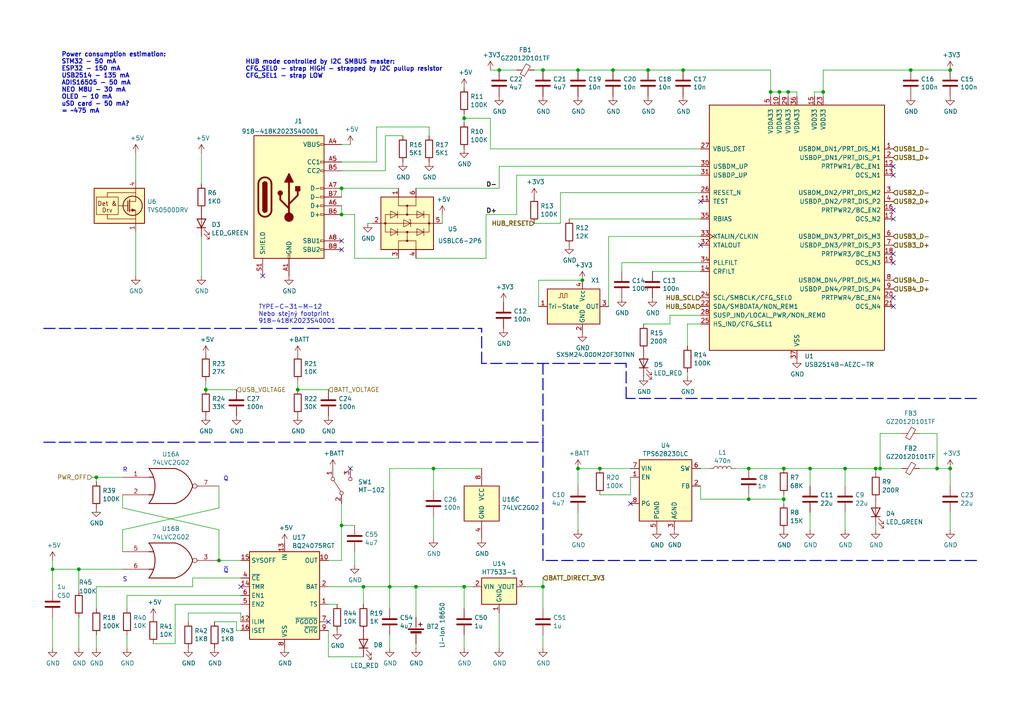
<source format=kicad_sch>
(kicad_sch (version 20230121) (generator eeschema)
  (paper "A4")
  (junction (at 157.48 170.18))
  (junction (at 227.33 135.89))
  (junction (at 227.33 144.78))
  (junction (at 217.17 144.78))
  (junction (at 275.59 20.32))
  (junction (at 22.86 165.1))
  (junction (at 99.06 62.23))
  (junction (at 113.03 170.18))
  (junction (at 168.91 81.28))
  (junction (at 167.64 20.32))
  (junction (at 86.36 113.03))
  (junction (at 254 135.89))
  (junction (at 105.41 170.18))
  (junction (at 125.73 135.89))
  (junction (at 217.17 135.89))
  (junction (at 144.78 20.32))
  (junction (at 120.65 170.18))
  (junction (at 99.06 54.61))
  (junction (at 271.78 135.89))
  (junction (at 198.12 20.32))
  (junction (at 15.24 165.1))
  (junction (at 234.95 135.89))
  (junction (at 226.06 26.67))
  (junction (at 134.62 34.29))
  (junction (at 187.96 20.32))
  (junction (at 167.64 135.89))
  (junction (at 228.6 26.67))
  (junction (at 255.27 135.89))
  (junction (at 134.62 170.18))
  (junction (at 59.69 113.03))
  (junction (at 173.99 135.89))
  (junction (at 238.76 26.67))
  (junction (at 223.52 26.67))
  (junction (at 264.16 20.32))
  (junction (at 99.06 152.4))
  (junction (at 63.5 162.56))
  (junction (at 177.8 20.32))
  (junction (at 27.94 138.43))
  (junction (at 245.11 135.89))
  (junction (at 157.48 20.32))
  (junction (at 275.59 135.89))
  (no_connect (at 259.08 76.2))
  (no_connect (at 101.6 135.89))
  (no_connect (at 99.06 72.39))
  (no_connect (at 99.06 69.85))
  (no_connect (at 76.2 80.01))
  (no_connect (at 259.08 88.9))
  (no_connect (at 69.85 170.18))
  (no_connect (at 203.2 71.12))
  (no_connect (at 259.08 86.36))
  (no_connect (at 95.25 180.34))
  (no_connect (at 259.08 63.5))
  (no_connect (at 203.2 58.42))
  (no_connect (at 259.08 48.26))
  (no_connect (at 259.08 50.8))
  (no_connect (at 259.08 73.66))
  (no_connect (at 259.08 60.96))
  (no_connect (at 182.88 146.05))
  (wire (pts (xy 167.64 135.89) (xy 173.99 135.89)))
  (wire (pts (xy 99.06 49.53) (xy 111.76 49.53)))
  (wire (pts (xy 217.17 144.78) (xy 217.17 143.51)))
  (wire (pts (xy 125.73 142.24) (xy 125.73 135.89)))
  (wire (pts (xy 182.88 143.51) (xy 173.99 143.51)))
  (polyline (pts (xy 157.48 128.27) (xy 157.48 127)) (stroke (width 0.3) (type dash)))
  (wire (pts (xy 99.06 152.4) (xy 99.06 162.56)))
  (wire (pts (xy 167.64 20.32) (xy 177.8 20.32)))
  (wire (pts (xy 165.1 63.5) (xy 203.2 63.5)))
  (wire (pts (xy 63.5 162.56) (xy 69.85 162.56)))
  (wire (pts (xy 99.06 54.61) (xy 115.57 54.61)))
  (wire (pts (xy 50.8 175.26) (xy 50.8 186.69)))
  (wire (pts (xy 223.52 20.32) (xy 223.52 26.67)))
  (wire (pts (xy 86.36 113.03) (xy 86.36 110.49)))
  (wire (pts (xy 203.2 68.58) (xy 176.53 68.58)))
  (wire (pts (xy 54.61 177.8) (xy 54.61 180.34)))
  (wire (pts (xy 27.94 170.18) (xy 27.94 176.53)))
  (wire (pts (xy 217.17 135.89) (xy 227.33 135.89)))
  (wire (pts (xy 58.42 68.58) (xy 58.42 80.01)))
  (wire (pts (xy 15.24 162.56) (xy 15.24 165.1)))
  (wire (pts (xy 134.62 170.18) (xy 134.62 176.53)))
  (wire (pts (xy 254 152.4) (xy 254 153.67)))
  (wire (pts (xy 63.5 140.97) (xy 63.5 147.32)))
  (wire (pts (xy 128.27 62.23) (xy 128.27 64.77)))
  (wire (pts (xy 152.4 170.18) (xy 157.48 170.18)))
  (wire (pts (xy 217.17 144.78) (xy 227.33 144.78)))
  (wire (pts (xy 162.56 64.77) (xy 162.56 55.88)))
  (wire (pts (xy 99.06 152.4) (xy 102.87 152.4)))
  (wire (pts (xy 140.97 74.93) (xy 120.65 74.93)))
  (wire (pts (xy 62.23 180.34) (xy 68.58 180.34)))
  (wire (pts (xy 120.65 170.18) (xy 134.62 170.18)))
  (wire (pts (xy 180.34 78.74) (xy 180.34 76.2)))
  (wire (pts (xy 134.62 34.29) (xy 134.62 35.56)))
  (wire (pts (xy 198.12 20.32) (xy 223.52 20.32)))
  (wire (pts (xy 238.76 26.67) (xy 238.76 20.32)))
  (wire (pts (xy 105.41 170.18) (xy 113.03 170.18)))
  (wire (pts (xy 68.58 180.34) (xy 68.58 182.88)))
  (wire (pts (xy 144.78 20.32) (xy 149.86 20.32)))
  (wire (pts (xy 149.86 50.8) (xy 149.86 62.23)))
  (wire (pts (xy 99.06 162.56) (xy 95.25 162.56)))
  (wire (pts (xy 271.78 135.89) (xy 266.7 135.89)))
  (wire (pts (xy 35.56 147.32) (xy 35.56 143.51)))
  (wire (pts (xy 275.59 135.89) (xy 271.78 135.89)))
  (wire (pts (xy 142.24 20.32) (xy 144.78 20.32)))
  (wire (pts (xy 109.22 36.83) (xy 109.22 46.99)))
  (wire (pts (xy 203.2 135.89) (xy 205.74 135.89)))
  (wire (pts (xy 154.94 20.32) (xy 157.48 20.32)))
  (wire (pts (xy 189.23 78.74) (xy 203.2 78.74)))
  (wire (pts (xy 245.11 135.89) (xy 254 135.89)))
  (wire (pts (xy 187.96 20.32) (xy 198.12 20.32)))
  (wire (pts (xy 95.25 190.5) (xy 105.41 190.5)))
  (wire (pts (xy 255.27 125.73) (xy 255.27 135.89)))
  (wire (pts (xy 120.65 54.61) (xy 144.78 54.61)))
  (wire (pts (xy 228.6 26.67) (xy 228.6 27.94)))
  (polyline (pts (xy 12.7 95.25) (xy 139.7 95.25)) (stroke (width 0.3) (type dash)))
  (wire (pts (xy 203.2 93.98) (xy 199.39 93.98)))
  (wire (pts (xy 134.62 34.29) (xy 142.24 34.29)))
  (wire (pts (xy 275.59 148.59) (xy 275.59 153.67)))
  (wire (pts (xy 109.22 36.83) (xy 124.46 36.83)))
  (wire (pts (xy 134.62 33.02) (xy 134.62 34.29)))
  (wire (pts (xy 194.31 91.44) (xy 203.2 91.44)))
  (wire (pts (xy 231.14 26.67) (xy 231.14 27.94)))
  (wire (pts (xy 271.78 125.73) (xy 271.78 135.89)))
  (wire (pts (xy 217.17 144.78) (xy 203.2 144.78)))
  (wire (pts (xy 238.76 26.67) (xy 238.76 27.94)))
  (wire (pts (xy 50.8 175.26) (xy 69.85 175.26)))
  (wire (pts (xy 167.64 148.59) (xy 167.64 153.67)))
  (wire (pts (xy 140.97 62.23) (xy 140.97 74.93)))
  (polyline (pts (xy 283.21 115.57) (xy 181.61 115.57)) (stroke (width 0.3) (type dash)))
  (polyline (pts (xy 67.31 128.27) (xy 157.48 128.27)) (stroke (width 0.3) (type dash)))
  (wire (pts (xy 236.22 26.67) (xy 238.76 26.67)))
  (wire (pts (xy 157.48 187.96) (xy 157.48 184.15)))
  (wire (pts (xy 55.88 170.18) (xy 27.94 170.18)))
  (wire (pts (xy 105.41 170.18) (xy 105.41 175.26)))
  (wire (pts (xy 199.39 93.98) (xy 199.39 100.33)))
  (wire (pts (xy 275.59 140.97) (xy 275.59 135.89)))
  (wire (pts (xy 182.88 138.43) (xy 182.88 143.51)))
  (wire (pts (xy 203.2 50.8) (xy 149.86 50.8)))
  (wire (pts (xy 157.48 20.32) (xy 167.64 20.32)))
  (wire (pts (xy 223.52 26.67) (xy 223.52 27.94)))
  (wire (pts (xy 35.56 153.67) (xy 35.56 160.02)))
  (wire (pts (xy 27.94 187.96) (xy 27.94 184.15)))
  (wire (pts (xy 176.53 68.58) (xy 176.53 88.9)))
  (wire (pts (xy 156.21 81.28) (xy 156.21 88.9)))
  (wire (pts (xy 102.87 74.93) (xy 115.57 74.93)))
  (polyline (pts (xy 157.48 162.56) (xy 157.48 105.41)) (stroke (width 0.3) (type dash)))
  (wire (pts (xy 101.6 41.91) (xy 99.06 41.91)))
  (wire (pts (xy 144.78 177.8) (xy 144.78 187.96)))
  (wire (pts (xy 99.06 59.69) (xy 99.06 62.23)))
  (wire (pts (xy 99.06 146.05) (xy 99.06 152.4)))
  (wire (pts (xy 227.33 135.89) (xy 234.95 135.89)))
  (wire (pts (xy 245.11 140.97) (xy 245.11 135.89)))
  (wire (pts (xy 134.62 187.96) (xy 134.62 184.15)))
  (wire (pts (xy 22.86 165.1) (xy 22.86 171.45)))
  (wire (pts (xy 15.24 187.96) (xy 15.24 179.07)))
  (wire (pts (xy 180.34 76.2) (xy 203.2 76.2)))
  (wire (pts (xy 213.36 135.89) (xy 217.17 135.89)))
  (wire (pts (xy 234.95 135.89) (xy 245.11 135.89)))
  (wire (pts (xy 27.94 138.43) (xy 35.56 138.43)))
  (wire (pts (xy 266.7 125.73) (xy 271.78 125.73)))
  (polyline (pts (xy 283.21 162.56) (xy 157.48 162.56)) (stroke (width 0.3) (type dash)))
  (wire (pts (xy 125.73 149.86) (xy 125.73 156.21)))
  (wire (pts (xy 194.31 93.98) (xy 194.31 91.44)))
  (wire (pts (xy 69.85 177.8) (xy 54.61 177.8)))
  (wire (pts (xy 99.06 62.23) (xy 102.87 62.23)))
  (wire (pts (xy 55.88 167.64) (xy 55.88 170.18)))
  (wire (pts (xy 162.56 55.88) (xy 203.2 55.88)))
  (wire (pts (xy 102.87 62.23) (xy 102.87 74.93)))
  (wire (pts (xy 228.6 26.67) (xy 231.14 26.67)))
  (wire (pts (xy 22.86 187.96) (xy 22.86 179.07)))
  (wire (pts (xy 109.22 46.99) (xy 99.06 46.99)))
  (wire (pts (xy 63.5 153.67) (xy 35.56 147.32)))
  (wire (pts (xy 59.69 113.03) (xy 59.69 110.49)))
  (wire (pts (xy 140.97 62.23) (xy 149.86 62.23)))
  (wire (pts (xy 154.94 64.77) (xy 162.56 64.77)))
  (wire (pts (xy 58.42 44.45) (xy 58.42 53.34)))
  (wire (pts (xy 264.16 20.32) (xy 275.59 20.32)))
  (wire (pts (xy 68.58 182.88) (xy 69.85 182.88)))
  (wire (pts (xy 95.25 113.03) (xy 86.36 113.03)))
  (wire (pts (xy 102.87 160.02) (xy 102.87 163.83)))
  (wire (pts (xy 137.16 170.18) (xy 134.62 170.18)))
  (wire (pts (xy 226.06 26.67) (xy 228.6 26.67)))
  (wire (pts (xy 27.94 138.43) (xy 27.94 139.7)))
  (polyline (pts (xy 139.7 105.41) (xy 139.7 95.25)) (stroke (width 0.3) (type dash)))
  (wire (pts (xy 124.46 36.83) (xy 124.46 39.37)))
  (wire (pts (xy 238.76 20.32) (xy 264.16 20.32)))
  (wire (pts (xy 157.48 167.64) (xy 157.48 170.18)))
  (wire (pts (xy 254 135.89) (xy 254 137.16)))
  (wire (pts (xy 15.24 165.1) (xy 15.24 171.45)))
  (wire (pts (xy 39.37 44.45) (xy 39.37 52.07)))
  (wire (pts (xy 177.8 20.32) (xy 187.96 20.32)))
  (wire (pts (xy 186.69 93.98) (xy 194.31 93.98)))
  (wire (pts (xy 157.48 170.18) (xy 157.48 176.53)))
  (wire (pts (xy 113.03 170.18) (xy 113.03 176.53)))
  (wire (pts (xy 68.58 113.03) (xy 59.69 113.03)))
  (wire (pts (xy 111.76 49.53) (xy 111.76 39.37)))
  (polyline (pts (xy 12.7 128.27) (xy 67.31 128.27)) (stroke (width 0.3) (type dash)))
  (wire (pts (xy 99.06 54.61) (xy 99.06 57.15)))
  (wire (pts (xy 142.24 43.18) (xy 203.2 43.18)))
  (wire (pts (xy 44.45 186.69) (xy 50.8 186.69)))
  (polyline (pts (xy 181.61 105.41) (xy 139.7 105.41)) (stroke (width 0.3) (type dash)))
  (wire (pts (xy 226.06 26.67) (xy 226.06 27.94)))
  (wire (pts (xy 234.95 140.97) (xy 234.95 135.89)))
  (wire (pts (xy 36.83 172.72) (xy 69.85 172.72)))
  (wire (pts (xy 199.39 109.22) (xy 199.39 107.95)))
  (wire (pts (xy 144.78 48.26) (xy 203.2 48.26)))
  (wire (pts (xy 173.99 135.89) (xy 182.88 135.89)))
  (wire (pts (xy 156.21 81.28) (xy 168.91 81.28)))
  (wire (pts (xy 95.25 170.18) (xy 105.41 170.18)))
  (wire (pts (xy 167.64 140.97) (xy 167.64 135.89)))
  (wire (pts (xy 113.03 184.15) (xy 113.03 187.96)))
  (wire (pts (xy 36.83 176.53) (xy 36.83 172.72)))
  (wire (pts (xy 36.83 184.15) (xy 36.83 187.96)))
  (wire (pts (xy 234.95 148.59) (xy 234.95 153.67)))
  (wire (pts (xy 120.65 187.96) (xy 120.65 186.69)))
  (wire (pts (xy 26.67 138.43) (xy 27.94 138.43)))
  (wire (pts (xy 22.86 165.1) (xy 35.56 165.1)))
  (wire (pts (xy 106.68 64.77) (xy 107.95 64.77)))
  (wire (pts (xy 223.52 26.67) (xy 226.06 26.67)))
  (wire (pts (xy 227.33 143.51) (xy 227.33 144.78)))
  (wire (pts (xy 95.25 190.5) (xy 95.25 182.88)))
  (wire (pts (xy 255.27 135.89) (xy 261.62 135.89)))
  (wire (pts (xy 69.85 180.34) (xy 69.85 177.8)))
  (wire (pts (xy 261.62 125.73) (xy 255.27 125.73)))
  (wire (pts (xy 113.03 170.18) (xy 120.65 170.18)))
  (wire (pts (xy 15.24 165.1) (xy 22.86 165.1)))
  (wire (pts (xy 120.65 170.18) (xy 120.65 179.07)))
  (wire (pts (xy 63.5 153.67) (xy 63.5 162.56)))
  (wire (pts (xy 142.24 34.29) (xy 142.24 43.18)))
  (wire (pts (xy 69.85 167.64) (xy 55.88 167.64)))
  (wire (pts (xy 113.03 135.89) (xy 113.03 170.18)))
  (wire (pts (xy 203.2 140.97) (xy 203.2 144.78)))
  (polyline (pts (xy 181.61 115.57) (xy 181.61 105.41)) (stroke (width 0.3) (type dash)))
  (wire (pts (xy 125.73 135.89) (xy 113.03 135.89)))
  (wire (pts (xy 125.73 135.89) (xy 139.7 135.89)))
  (wire (pts (xy 39.37 67.31) (xy 39.37 80.01)))
  (wire (pts (xy 245.11 148.59) (xy 245.11 153.67)))
  (wire (pts (xy 236.22 27.94) (xy 236.22 26.67)))
  (wire (pts (xy 255.27 135.89) (xy 254 135.89)))
  (wire (pts (xy 95.25 175.26) (xy 97.79 175.26)))
  (wire (pts (xy 144.78 54.61) (xy 144.78 48.26)))
  (wire (pts (xy 111.76 39.37) (xy 116.84 39.37)))
  (wire (pts (xy 63.5 147.32) (xy 35.56 153.67)))
  (wire (pts (xy 227.33 144.78) (xy 227.33 146.05)))
  (text "HUB mode controlled by I2C SMBUS master:\nCFG_SEL0 - strap HIGH - strapped by I2C pullup resistor\nCFG_SEL1 - strap LOW" (at 71.12 22.86 0) (effects (font (size 1.27 1.27) bold) (justify left bottom)))
  (text "Q" (at 64.77 139.7 0) (effects (font (size 1.27 1.27)) (justify left bottom)))
  (text "TYPE-C-31-M-12\nNebo stejný footprint\n918-418K2023S40001" (at 74.93 93.98 0) (effects (font (size 1.27 1.27)) (justify left bottom)))
  (text "Power consumption estimation:\nSTM32 - 50 mA\nESP32 - 150 mA\nUSB2514 - 135 mA\nADIS16505 - 50 mA\nNEO M8U - 30 mA\nOLED - 10 mA\nuSD card - 50 mA?\n= ~475 mA" (at 17.78 33.02 0) (effects (font (size 1.27 1.27) bold) (justify left bottom)))
  (text "R\n" (at 35.56 137.16 0) (effects (font (size 1.27 1.27)) (justify left bottom)))
  (text "S" (at 35.56 168.91 0) (effects (font (size 1.27 1.27)) (justify left bottom)))
  (text "~{Q}" (at 64.77 166.37 0) (effects (font (size 1.27 1.27)) (justify left bottom)))
  (label "D+" (at 140.97 62.23 0) (effects (font bold)))
  (label "D-" (at 140.97 54.61 0) (effects (font bold)))
  (hierarchical_label "USB4_D-" (shape input) (at 259.08 81.28 0) (effects (font bold)))
  (hierarchical_label "HUB_SCL" (shape input) (at 203.2 86.36 180) (effects (font bold)))
  (hierarchical_label "USB3_D-" (shape input) (at 259.08 68.58 0) (effects (font bold)))
  (hierarchical_label "USB1_D+" (shape input) (at 259.08 45.72 0) (effects (font bold)))
  (hierarchical_label "USB2_D-" (shape input) (at 259.08 55.88 0) (effects (font bold)))
  (hierarchical_label "HUB_SDA" (shape input) (at 203.2 88.9 180) (effects (font bold)))
  (hierarchical_label "PWR_OFF" (shape input) (at 26.67 138.43 180))
  (hierarchical_label "BATT_VOLTAGE" (shape input) (at 95.25 113.03 0))
  (hierarchical_label "BATT_DIRECT_3V3" (shape input) (at 157.48 167.64 0) (effects (font bold)))
  (hierarchical_label "USB1_D-" (shape input) (at 259.08 43.18 0) (effects (font bold)))
  (hierarchical_label "USB4_D+" (shape input) (at 259.08 83.82 0) (effects (font bold)))
  (hierarchical_label "HUB_RESET" (shape input) (at 154.94 64.77 180) (effects (font bold)))
  (hierarchical_label "USB3_D+" (shape input) (at 259.08 71.12 0) (effects (font bold)))
  (hierarchical_label "USB2_D+" (shape input) (at 259.08 58.42 0) (effects (font bold)))
  (hierarchical_label "USB_VOLTAGE" (shape input) (at 68.58 113.03 0))
  (symbol (lib_id "Device:R") (at 86.36 106.68 0) (unit 1)
    (property "Reference" "R21" (at 88.138 105.5116 0) (effects (justify left)))
    (property "Value" "10K" (at 88.138 107.823 0) (effects (justify left)))
    (property "Footprint" "Resistor_SMD:R_0603_1608Metric" (effects hide))
    (property "LCSC" "C25804" (effects hide))
    (instances (project "IMUnav_H00" (path "" (reference "R21") (unit 1))) (project "TrackJet_H01" (path "" (reference "R22") (unit 1))))
  )
  (symbol (lib_id "Device:R") (at 59.69 116.84 0) (unit 1)
    (property "Reference" "R24" (at 61.468 115.6716 0) (effects (justify left)))
    (property "Value" "33K" (at 61.468 117.983 0) (effects (justify left)))
    (property "Footprint" "Resistor_SMD:R_0603_1608Metric" (effects hide))
    (property "LCSC" "C4216" (effects hide))
    (instances (project "IMUnav_H00" (path "" (reference "R24") (unit 1))) (project "TrackJet_H01" (path "" (reference "R23") (unit 1))))
  )
  (symbol (lib_id "Device:C") (at 102.87 156.21 0) (unit 1)
    (property "Reference" "C55" (at 105.791 154.9979 0) (effects (justify left)))
    (property "Value" "4u7" (at 105.791 157.4221 0) (effects (justify left)))
    (property "Footprint" "Capacitor_SMD:C_0603_1608Metric" (effects hide))
    (property "LCSC" "C19666" (effects hide))
  )
  (symbol (lib_id "Device:R") (at 22.86 175.26 0) (unit 1)
    (property "Reference" "R45" (at 22.86 168.91 0) (effects (justify left)))
    (property "Value" "100K" (at 22.86 171.45 0) (effects (justify left)))
    (property "Footprint" "Resistor_SMD:R_0603_1608Metric" (effects hide))
    (property "LCSC" "C25803" (effects hide))
  )
  (symbol (lib_id "power:GND") (at 190.5 153.67 0) (unit 1)
    (property "Reference" "#PWR029" (effects hide))
    (property "Value" "GND" (at 190.627 158.0642 0))
    (instances (project "IMUnav_H00" (path "" (reference "#PWR029") (unit 1))) (project "PaLampa_MoBo_H01" (path "" (reference "#PWR?") (unit 1))))
  )
  (symbol (lib_id "power:+3V3") (at 275.59 135.89 0) (unit 1)
    (property "Reference" "#PWR033" (effects hide))
    (property "Value" "+3V3" (at 275.971 131.4958 0))
    (instances (project "IMUnav_H00" (path "" (reference "#PWR033") (unit 1))) (project "PaLampa_MoBo_H01" (path "" (reference "#PWR?") (unit 1))))
  )
  (symbol (lib_id "power:GND") (at 95.25 120.65 0) (unit 1)
    (property "Reference" "#PWR073" (effects hide))
    (property "Value" "GND" (at 95.377 125.0442 0))
    (instances (project "IMUnav_H00" (path "" (reference "#PWR073") (unit 1))) (project "TrackJet_H01" (path "" (reference "#PWR0203") (unit 1))))
  )
  (symbol (lib_id "Device:R") (at 165.1 67.31 0) (unit 1)
    (property "Reference" "R12" (at 166.878 66.0979 0) (effects (justify left)))
    (property "Value" "12K" (at 166.878 68.5221 0) (effects (justify left)))
    (property "Footprint" "Resistor_SMD:R_0603_1608Metric" (effects hide))
    (property "LCSC" "C22790" (effects hide))
  )
  (symbol (lib_id "Device:C") (at 217.17 139.7 0) (unit 1)
    (property "Reference" "C8" (at 220.091 138.4879 0) (effects (justify left)))
    (property "Value" "1n" (at 219.71 140.97 0) (effects (justify left)))
    (property "Footprint" "Capacitor_SMD:C_0402_1005Metric" (effects hide))
    (property "LCSC" "C1523" (effects hide))
  )
  (symbol (lib_id "power:GND") (at 134.62 187.96 0) (unit 1)
    (property "Reference" "#PWR04" (effects hide))
    (property "Value" "GND" (at 134.747 192.3542 0))
    (instances (project "IMUnav_H00" (path "" (reference "#PWR04") (unit 1)) (path "" (reference "#PWR0153") (unit 1)) (path "" (reference "#PWR0153") (unit 1))) (project "PaLampa_MoBo_H01" (path "" (reference "#PWR?") (unit 1))))
  )
  (symbol (lib_id "Device:C") (at 146.05 91.44 0) (unit 1)
    (property "Reference" "C12" (at 148.971 90.2716 0) (effects (justify left)))
    (property "Value" "100n" (at 148.971 92.583 0) (effects (justify left)))
    (property "Footprint" "Capacitor_SMD:C_0603_1608Metric" (effects hide))
    (property "LCSC" "C14663" (effects hide))
    (instances (project "IMUnav_H00" (path "" (reference "C12") (unit 1))) (project "PaLampa_MoBo_H01" (path "" (reference "C?") (unit 1))))
  )
  (symbol (lib_id "power:+3V3") (at 146.05 87.63 0) (unit 1)
    (property "Reference" "#PWR044" (effects hide))
    (property "Value" "+3V3" (at 146.431 83.2358 0))
    (instances (project "IMUnav_H00" (path "" (reference "#PWR044") (unit 1))) (project "PaLampa_MoBo_H01" (path "" (reference "#PWR?") (unit 1))))
  )
  (symbol (lib_id "Device:R") (at 86.36 116.84 0) (unit 1)
    (property "Reference" "R22" (at 88.138 115.6716 0) (effects (justify left)))
    (property "Value" "30K" (at 88.138 117.983 0) (effects (justify left)))
    (property "Footprint" "Resistor_SMD:R_0603_1608Metric" (effects hide))
    (property "LCSC" "C22984" (effects hide))
    (instances (project "IMUnav_H00" (path "" (reference "R22") (unit 1))) (project "TrackJet_H01" (path "" (reference "R23") (unit 1))))
  )
  (symbol (lib_id "power:+3V3") (at 168.91 81.28 0) (unit 1)
    (property "Reference" "#PWR042" (effects hide))
    (property "Value" "+3V3" (at 169.291 76.8858 0))
    (instances (project "IMUnav_H00" (path "" (reference "#PWR042") (unit 1))) (project "PaLampa_MoBo_H01" (path "" (reference "#PWR?") (unit 1))))
  )
  (symbol (lib_id "power:GND") (at 157.48 27.94 0) (unit 1)
    (property "Reference" "#PWR056" (effects hide))
    (property "Value" "GND" (at 157.607 32.3342 0))
    (instances (project "IMUnav_H00" (path "" (reference "#PWR056") (unit 1))) (project "PaLampa_MoBo_H01" (path "" (reference "#PWR?") (unit 1))))
  )
  (symbol (lib_id "Device:C") (at 15.24 175.26 0) (unit 1)
    (property "Reference" "C50" (at 16.51 172.72 0) (effects (justify left)))
    (property "Value" "1u" (at 16.51 170.18 0) (effects (justify left)))
    (property "Footprint" "Capacitor_SMD:C_0603_1608Metric" (effects hide))
    (property "LCSC" "C15849" (effects hide))
    (instances (project "IMUnav_H00" (path "" (reference "C50") (unit 1)) (path "" (reference "C25") (unit 1))))
  )
  (symbol (lib_id "power:GND") (at 97.79 182.88 0) (unit 1)
    (property "Reference" "#PWR0161" (effects hide))
    (property "Value" "GND" (at 97.917 187.2742 0))
    (instances (project "IMUnav_H00" (path "" (reference "#PWR0161") (unit 1))) (project "PaLampa_MoBo_H01" (path "" (reference "#PWR?") (unit 1))))
  )
  (symbol (lib_id "Interface_USB:USB2514B_Bi") (at 231.14 66.04 0) (unit 1)
    (property "Reference" "U1" (at 233.3341 103.3201 0) (effects (justify left)))
    (property "Value" "USB2514B-AEZC-TR" (at 233.3341 105.7443 0) (effects (justify left)))
    (property "Footprint" "Package_DFN_QFN:QFN-36-1EP_6x6mm_P0.5mm_EP3.7x3.7mm" (effects hide))
    (property "Datasheet" "http://ww1.microchip.com/downloads/en/DeviceDoc/00001692C.pdf" (effects hide))
    (property "LCSC" "C16251" (effects hide))
  )
  (symbol (lib_id "power:GND") (at 36.83 187.96 0) (unit 1)
    (property "Reference" "#PWR062" (effects hide))
    (property "Value" "GND" (at 36.957 192.3542 0))
    (instances (project "IMUnav_H00" (path "" (reference "#PWR062") (unit 1))) (project "PaLampa_MoBo_H01" (path "" (reference "#PWR?") (unit 1))))
  )
  (symbol (lib_id "power:GND") (at 199.39 109.22 0) (unit 1)
    (property "Reference" "#PWR048" (effects hide))
    (property "Value" "GND" (at 199.517 113.6142 0))
    (instances (project "IMUnav_H00" (path "" (reference "#PWR048") (unit 1))) (project "PaLampa_MoBo_H01" (path "" (reference "#PWR?") (unit 1))))
  )
  (symbol (lib_id "IMUnav:ECS-5032MV") (at 168.91 88.9 0) (unit 1)
    (property "Reference" "X1" (at 172.72 81.28 0))
    (property "Value" "SX5M24.000M20F30TNN" (at 172.72 102.87 0))
    (property "Footprint" "IMUnav:OSC_ECS-3963-250-BN-TR" (effects hide))
    (property "LCSC" "C2901533" (effects hide))
  )
  (symbol (lib_id "Device:C") (at 68.58 116.84 0) (unit 1)
    (property "Reference" "C27" (at 71.501 115.6716 0) (effects (justify left)))
    (property "Value" "100n" (at 71.501 117.983 0) (effects (justify left)))
    (property "Footprint" "Capacitor_SMD:C_0603_1608Metric" (effects hide))
    (property "LCSC" "C14663" (effects hide))
    (instances (project "IMUnav_H00" (path "" (reference "C27") (unit 1))) (project "TrackJet_H01" (path "" (reference "C53") (unit 1))))
  )
  (symbol (lib_id "Device:R") (at 134.62 29.21 0) (unit 1)
    (property "Reference" "R11" (at 136.398 27.9979 0) (effects (justify left)))
    (property "Value" "100K" (at 136.398 30.4221 0) (effects (justify left)))
    (property "Footprint" "Resistor_SMD:R_0603_1608Metric" (effects hide))
    (property "LCSC" "C25803" (effects hide))
  )
  (symbol (lib_id "Connector:USB_C_Receptacle_USB2.0") (at 83.82 57.15 0) (unit 1)
    (property "Reference" "J1" (at 86.5378 35.1282 0))
    (property "Value" "918-418K2023S40001" (at 81.28 38.1 0))
    (property "Footprint" "Connector_USB:USB_C_Receptacle_HRO_TYPE-C-31-M-12" (effects hide))
    (property "Datasheet" "https://datasheet.lcsc.com/szlcsc/1811131825_Korean-Hroparts-Elec-TYPE-C-31-M-12_C165948.pdf" (effects hide))
    (property "LCSC" "C167321" (effects hide))
    (instances (project "IMUnav_H00" (path "" (reference "J1") (unit 1))) (project "PaLampa_MoBo_H01" (path "" (reference "J?") (unit 1))))
  )
  (symbol (lib_id "Device:R") (at 227.33 149.86 0) (unit 1)
    (property "Reference" "R8" (at 229.108 148.6479 0) (effects (justify left)))
    (property "Value" "15K" (at 229.108 151.0721 0) (effects (justify left)))
    (property "Footprint" "Resistor_SMD:R_0603_1608Metric" (effects hide))
    (property "LCSC" "C22809" (effects hide))
  )
  (symbol (lib_id "power:GND") (at 22.86 187.96 0) (unit 1)
    (property "Reference" "#PWR0162" (effects hide))
    (property "Value" "GND" (at 22.987 192.3542 0))
    (instances (project "IMUnav_H00" (path "" (reference "#PWR0162") (unit 1))) (project "PaLampa_MoBo_H01" (path "" (reference "#PWR?") (unit 1))))
  )
  (symbol (lib_id "Device:R") (at 27.94 180.34 0) (unit 1)
    (property "Reference" "R18" (at 29.718 179.1279 0) (effects (justify left)))
    (property "Value" "100K" (at 29.718 181.5521 0) (effects (justify left)))
    (property "Footprint" "Resistor_SMD:R_0603_1608Metric" (effects hide))
    (property "LCSC" "C25803" (effects hide))
  )
  (symbol (lib_id "power:GND") (at 39.37 80.01 0) (unit 1)
    (property "Reference" "#PWR025" (effects hide))
    (property "Value" "GND" (at 39.497 84.4042 0))
    (instances (project "IMUnav_H00" (path "" (reference "#PWR025") (unit 1))) (project "PaLampa_MoBo_H01" (path "" (reference "#PWR?") (unit 1))))
  )
  (symbol (lib_id "Device:C") (at 167.64 24.13 0) (unit 1)
    (property "Reference" "C19" (at 170.561 22.9616 0) (effects (justify left)))
    (property "Value" "10n" (at 170.561 25.273 0) (effects (justify left)))
    (property "Footprint" "Capacitor_SMD:C_0603_1608Metric" (effects hide))
    (property "LCSC" "C57112" (effects hide))
    (instances (project "IMUnav_H00" (path "" (reference "C19") (unit 1))) (project "PaLampa_MoBo_H01" (path "" (reference "C?") (unit 1))))
  )
  (symbol (lib_id "Device:FerriteBead_Small") (at 264.16 125.73 90) (unit 1)
    (property "Reference" "FB3" (at 264.1219 119.8839 90))
    (property "Value" "GZ2012D101TF" (at 264.1219 122.3081 90))
    (property "Footprint" "Resistor_SMD:R_0805_2012Metric" (effects hide))
    (property "LCSC" "C1015" (effects hide))
  )
  (symbol (lib_id "power:+BATT") (at 96.52 135.89 0) (unit 1)
    (property "Reference" "#PWR069" (effects hide))
    (property "Value" "+BATT" (at 96.901 131.4958 0))
    (instances (project "IMUnav_H00" (path "" (reference "#PWR069") (unit 1))) (project "TrackJet_H01" (path "" (reference "#PWR0181") (unit 1))))
  )
  (symbol (lib_id "Device:R") (at 27.94 143.51 0) (unit 1)
    (property "Reference" "R39" (at 29.718 142.2979 0) (effects (justify left)))
    (property "Value" "100K" (at 29.718 144.7221 0) (effects (justify left)))
    (property "Footprint" "Resistor_SMD:R_0603_1608Metric" (effects hide))
    (property "LCSC" "C25803" (effects hide))
  )
  (symbol (lib_id "power:GND") (at 167.64 27.94 0) (unit 1)
    (property "Reference" "#PWR053" (effects hide))
    (property "Value" "GND" (at 167.767 32.3342 0))
    (instances (project "IMUnav_H00" (path "" (reference "#PWR053") (unit 1))) (project "PaLampa_MoBo_H01" (path "" (reference "#PWR?") (unit 1))))
  )
  (symbol (lib_id "power:+5V") (at 39.37 44.45 0) (unit 1)
    (property "Reference" "#PWR026" (effects hide))
    (property "Value" "+5V" (at 39.751 40.0558 0))
    (instances (project "IMUnav_H00" (path "" (reference "#PWR026") (unit 1))) (project "PaLampa_MoBo_H01" (path "" (reference "#PWR?") (unit 1))))
  )
  (symbol (lib_id "Battery_Management:BQ24075RGT") (at 82.55 172.72 0) (unit 1)
    (property "Reference" "U17" (at 84.7441 155.8757 0) (effects (justify left)))
    (property "Value" "BQ24075RGT" (at 84.7441 158.2999 0) (effects (justify left)))
    (property "Footprint" "Package_DFN_QFN:VQFN-16-1EP_3x3mm_P0.5mm_EP1.6x1.6mm" (effects hide))
    (property "Datasheet" "http://www.ti.com/lit/ds/symlink/bq24075.pdf" (effects hide))
  )
  (symbol (lib_id "power:+3V3") (at 275.59 20.32 0) (unit 1)
    (property "Reference" "#PWR055" (effects hide))
    (property "Value" "+3V3" (at 275.971 15.9258 0))
    (instances (project "IMUnav_H00" (path "" (reference "#PWR055") (unit 1))) (project "PaLampa_MoBo_H01" (path "" (reference "#PWR?") (unit 1))))
  )
  (symbol (lib_id "power:GND") (at 139.7 156.21 0) (unit 1)
    (property "Reference" "#PWR04" (effects hide))
    (property "Value" "GND" (at 139.827 160.6042 0))
    (instances (project "IMUnav_H00" (path "" (reference "#PWR04") (unit 1)) (path "" (reference "#PWR0154") (unit 1)) (path "" (reference "#PWR0109") (unit 1))) (project "PaLampa_MoBo_H01" (path "" (reference "#PWR?") (unit 1))))
  )
  (symbol (lib_id "Device:C") (at 234.95 144.78 0) (unit 1)
    (property "Reference" "C11" (at 237.871 143.5679 0) (effects (justify left)))
    (property "Value" "22u" (at 237.871 145.9921 0) (effects (justify left)))
    (property "Footprint" "Capacitor_SMD:C_0603_1608Metric" (effects hide))
    (property "LCSC" "C59461" (effects hide))
  )
  (symbol (lib_id "Device:FerriteBead_Small") (at 264.16 135.89 90) (unit 1)
    (property "Reference" "FB2" (at 264.1219 130.0439 90))
    (property "Value" "GZ2012D101TF" (at 264.1219 132.4681 90))
    (property "Footprint" "Resistor_SMD:R_0805_2012Metric" (effects hide))
    (property "LCSC" "C1015" (effects hide))
  )
  (symbol (lib_id "Regulator_Linear:HT75xx-1-SOT89") (at 144.78 172.72 0) (unit 1)
    (property "Reference" "U14" (at 144.78 163.4957 0))
    (property "Value" "HT7533-1" (at 144.78 165.9199 0))
    (property "Footprint" "Package_TO_SOT_SMD:SOT-89-3" (effects hide))
    (property "Datasheet" "https://www.holtek.com/documents/10179/116711/HT75xx-1v250.pdf" (effects hide))
    (property "LCSC" "C14289" (effects hide))
  )
  (symbol (lib_id "power:GND") (at 165.1 71.12 0) (unit 1)
    (property "Reference" "#PWR040" (effects hide))
    (property "Value" "GND" (at 165.227 75.5142 0))
    (instances (project "IMUnav_H00" (path "" (reference "#PWR040") (unit 1))) (project "PaLampa_MoBo_H01" (path "" (reference "#PWR?") (unit 1))))
  )
  (symbol (lib_id "Device:Battery_Cell") (at 120.65 184.15 0) (unit 1)
    (property "Reference" "BT2" (at 123.6472 181.7116 0) (effects (justify left)))
    (property "Value" "Li-Ion 18650" (at 128.27 187.96 90) (effects (justify left)))
    (property "Footprint" "Battery:BatteryHolder_MPD_BH-18650-PC2" (effects hide))
    (instances (project "IMUnav_H00" (path "" (reference "BT2") (unit 1))) (project "TrackJet_H01" (path "" (reference "BT1") (unit 1))))
  )
  (symbol (lib_id "power:GND") (at 58.42 80.01 0) (unit 1)
    (property "Reference" "#PWR027" (effects hide))
    (property "Value" "GND" (at 58.547 84.4042 0))
    (instances (project "IMUnav_H00" (path "" (reference "#PWR027") (unit 1))) (project "PaLampa_MoBo_H01" (path "" (reference "#PWR?") (unit 1))))
  )
  (symbol (lib_id "power:GND") (at 82.55 187.96 0) (unit 1)
    (property "Reference" "#PWR064" (effects hide))
    (property "Value" "GND" (at 82.677 192.3542 0))
    (instances (project "IMUnav_H00" (path "" (reference "#PWR064") (unit 1))) (project "TrackJet_H01" (path "" (reference "#PWR0200") (unit 1))))
  )
  (symbol (lib_id "Device:C") (at 95.25 116.84 0) (unit 1)
    (property "Reference" "C24" (at 98.171 115.6716 0) (effects (justify left)))
    (property "Value" "100n" (at 98.171 117.983 0) (effects (justify left)))
    (property "Footprint" "Capacitor_SMD:C_0603_1608Metric" (effects hide))
    (property "LCSC" "C14663" (effects hide))
    (instances (project "IMUnav_H00" (path "" (reference "C24") (unit 1))) (project "TrackJet_H01" (path "" (reference "C53") (unit 1))))
  )
  (symbol (lib_id "Switch:SW_SPDT") (at 99.06 140.97 90) (unit 1)
    (property "Reference" "SW1" (at 103.8352 139.8016 90) (effects (justify right)))
    (property "Value" "MT-102" (at 103.8352 142.113 90) (effects (justify right)))
    (property "Footprint" "IMUnav:TE_A101SYCQ04" (effects hide))
    (instances (project "IMUnav_H00" (path "" (reference "SW1") (unit 1))) (project "TrackJet_H01" (path "" (reference "SW3") (unit 1))))
  )
  (symbol (lib_id "power:GND") (at 113.03 187.96 0) (unit 1)
    (property "Reference" "#PWR066" (effects hide))
    (property "Value" "GND" (at 113.157 192.3542 0))
    (instances (project "IMUnav_H00" (path "" (reference "#PWR066") (unit 1))) (project "TrackJet_H01" (path "" (reference "#PWR0200") (unit 1))))
  )
  (symbol (lib_id "Device:LED") (at 58.42 64.77 90) (unit 1)
    (property "Reference" "D3" (at 61.341 65.1454 90) (effects (justify right)))
    (property "Value" "LED_GREEN" (at 61.341 67.5696 90) (effects (justify right)))
    (property "Footprint" "LED_SMD:LED_0603_1608Metric" (effects hide))
    (property "LCSC" "C72043" (effects hide))
  )
  (symbol (lib_id "power:GND") (at 146.05 95.25 0) (unit 1)
    (property "Reference" "#PWR043" (effects hide))
    (property "Value" "GND" (at 146.177 99.6442 0))
    (instances (project "IMUnav_H00" (path "" (reference "#PWR043") (unit 1))) (project "PaLampa_MoBo_H01" (path "" (reference "#PWR?") (unit 1))))
  )
  (symbol (lib_id "power:+3V3") (at 154.94 57.15 0) (unit 1)
    (property "Reference" "#PWR045" (effects hide))
    (property "Value" "+3V3" (at 155.321 52.7558 0))
    (instances (project "IMUnav_H00" (path "" (reference "#PWR045") (unit 1))) (project "PaLampa_MoBo_H01" (path "" (reference "#PWR?") (unit 1))))
  )
  (symbol (lib_id "Device:R") (at 124.46 43.18 0) (unit 1)
    (property "Reference" "R17" (at 126.238 42.0116 0) (effects (justify left)))
    (property "Value" "5K1" (at 126.238 44.323 0) (effects (justify left)))
    (property "Footprint" "Resistor_SMD:R_0603_1608Metric" (effects hide))
    (property "LCSC" "C23186" (effects hide))
    (instances (project "IMUnav_H00" (path "" (reference "R17") (unit 1))) (project "Time-O-Mat_MoBo_H02" (path "" (reference "R?") (unit 1))))
  )
  (symbol (lib_id "power:GND") (at 144.78 27.94 0) (unit 1)
    (property "Reference" "#PWR057" (effects hide))
    (property "Value" "GND" (at 144.907 32.3342 0))
    (instances (project "IMUnav_H00" (path "" (reference "#PWR057") (unit 1))) (project "PaLampa_MoBo_H01" (path "" (reference "#PWR?") (unit 1))))
  )
  (symbol (lib_id "Device:L") (at 209.55 135.89 90) (unit 1)
    (property "Reference" "L1" (at 209.55 131.2404 90))
    (property "Value" "470n" (at 209.55 133.6646 90))
    (property "Footprint" "Inductor_SMD:L_Chilisin_BMRA00040420" (effects hide))
  )
  (symbol (lib_id "Device:C") (at 275.59 24.13 0) (unit 1)
    (property "Reference" "C15" (at 278.511 22.9616 0) (effects (justify left)))
    (property "Value" "100n" (at 278.511 25.273 0) (effects (justify left)))
    (property "Footprint" "Capacitor_SMD:C_0603_1608Metric" (effects hide))
    (property "LCSC" "C14663" (effects hide))
    (instances (project "IMUnav_H00" (path "" (reference "C15") (unit 1))) (project "PaLampa_MoBo_H01" (path "" (reference "C?") (unit 1))))
  )
  (symbol (lib_id "Device:R") (at 54.61 184.15 0) (unit 1)
    (property "Reference" "R42" (at 56.388 182.9816 0) (effects (justify left)))
    (property "Value" "1K8" (at 56.388 185.293 0) (effects (justify left)))
    (property "Footprint" "Resistor_SMD:R_0603_1608Metric" (effects hide))
    (property "LCSC" "C4177" (effects hide))
    (instances (project "IMUnav_H00" (path "" (reference "R42") (unit 1))) (project "TrackJet_H01" (path "" (reference "R21") (unit 1))))
  )
  (symbol (lib_id "Device:R") (at 199.39 104.14 0) (unit 1)
    (property "Reference" "R14" (at 201.168 102.9279 0) (effects (justify left)))
    (property "Value" "100K" (at 201.168 105.3521 0) (effects (justify left)))
    (property "Footprint" "Resistor_SMD:R_0603_1608Metric" (effects hide))
    (property "LCSC" "C25803" (effects hide))
  )
  (symbol (lib_id "power:+5V") (at 58.42 44.45 0) (unit 1)
    (property "Reference" "#PWR028" (effects hide))
    (property "Value" "+5V" (at 58.801 40.0558 0))
    (instances (project "IMUnav_H00" (path "" (reference "#PWR028") (unit 1))) (project "PaLampa_MoBo_H01" (path "" (reference "#PWR?") (unit 1))))
  )
  (symbol (lib_id "Device:R") (at 227.33 139.7 180) (unit 1)
    (property "Reference" "R7" (at 229.108 138.4879 0) (effects (justify right)))
    (property "Value" "68K" (at 229.108 140.9121 0) (effects (justify right)))
    (property "Footprint" "Resistor_SMD:R_0603_1608Metric" (effects hide))
    (property "LCSC" "C23231" (effects hide))
  )
  (symbol (lib_id "power:GND") (at 125.73 156.21 0) (unit 1)
    (property "Reference" "#PWR04" (effects hide))
    (property "Value" "GND" (at 125.857 160.6042 0))
    (instances (project "IMUnav_H00" (path "" (reference "#PWR04") (unit 1)) (path "" (reference "#PWR0154") (unit 1)) (path "" (reference "#PWR0112") (unit 1))) (project "PaLampa_MoBo_H01" (path "" (reference "#PWR?") (unit 1))))
  )
  (symbol (lib_id "power:+BATT") (at 167.64 135.89 0) (unit 1)
    (property "Reference" "#PWR063" (effects hide))
    (property "Value" "+BATT" (at 168.021 131.4958 0))
    (instances (project "IMUnav_H00" (path "" (reference "#PWR063") (unit 1))) (project "TrackJet_H01" (path "" (reference "#PWR0181") (unit 1))))
  )
  (symbol (lib_id "Device:LED") (at 186.69 105.41 90) (unit 1)
    (property "Reference" "D5" (at 189.611 105.7854 90) (effects (justify right)))
    (property "Value" "LED_RED" (at 189.611 108.2096 90) (effects (justify right)))
    (property "Footprint" "LED_SMD:LED_0603_1608Metric" (effects hide))
    (property "LCSC" "C2286" (effects hide))
  )
  (symbol (lib_id "Device:R") (at 134.62 39.37 0) (unit 1)
    (property "Reference" "R10" (at 136.398 38.1579 0) (effects (justify left)))
    (property "Value" "100K" (at 136.398 40.5821 0) (effects (justify left)))
    (property "Footprint" "Resistor_SMD:R_0603_1608Metric" (effects hide))
    (property "LCSC" "C25803" (effects hide))
  )
  (symbol (lib_id "power:+5V") (at 101.6 41.91 0) (unit 1)
    (property "Reference" "#PWR0113" (effects hide))
    (property "Value" "+5V" (at 101.981 37.5158 0))
    (instances (project "IMUnav_H00" (path "" (reference "#PWR0113") (unit 1))) (project "PaLampa_MoBo_H01" (path "" (reference "#PWR?") (unit 1))))
  )
  (symbol (lib_id "74xGxx:74LVC2G02") (at 50.8 140.97 0) (unit 1)
    (property "Reference" "U16" (at 49.53 131.7457 0))
    (property "Value" "74LVC2G02" (at 49.53 134.1699 0))
    (property "Datasheet" "http://www.ti.com/lit/sg/scyt129e/scyt129e.pdf" (effects hide))
    (property "LCSC" "C489242" (effects hide))
  )
  (symbol (lib_id "power:GND") (at 187.96 27.94 0) (unit 1)
    (property "Reference" "#PWR052" (effects hide))
    (property "Value" "GND" (at 188.087 32.3342 0))
    (instances (project "IMUnav_H00" (path "" (reference "#PWR052") (unit 1))) (project "PaLampa_MoBo_H01" (path "" (reference "#PWR?") (unit 1))))
  )
  (symbol (lib_id "power:+5V") (at 134.62 25.4 0) (unit 1)
    (property "Reference" "#PWR039" (effects hide))
    (property "Value" "+5V" (at 135.001 21.0058 0))
    (instances (project "IMUnav_H00" (path "" (reference "#PWR039") (unit 1))) (project "PaLampa_MoBo_H01" (path "" (reference "#PWR?") (unit 1))))
  )
  (symbol (lib_id "power:GND") (at 54.61 187.96 0) (unit 1)
    (property "Reference" "#PWR0159" (effects hide))
    (property "Value" "GND" (at 54.737 192.3542 0))
    (instances (project "IMUnav_H00" (path "" (reference "#PWR0159") (unit 1))) (project "PaLampa_MoBo_H01" (path "" (reference "#PWR?") (unit 1))))
  )
  (symbol (lib_id "Device:C") (at 187.96 24.13 0) (unit 1)
    (property "Reference" "C18" (at 190.881 22.9616 0) (effects (justify left)))
    (property "Value" "10n" (at 190.881 25.273 0) (effects (justify left)))
    (property "Footprint" "Capacitor_SMD:C_0603_1608Metric" (effects hide))
    (property "LCSC" "C57112" (effects hide))
    (instances (project "IMUnav_H00" (path "" (reference "C18") (unit 1))) (project "PaLampa_MoBo_H01" (path "" (reference "C?") (unit 1))))
  )
  (symbol (lib_id "Device:LED") (at 105.41 186.69 90) (unit 1)
    (property "Reference" "D8" (at 108.331 187.0654 90) (effects (justify right)))
    (property "Value" "LED_RED" (at 101.6 193.04 90) (effects (justify right)))
    (property "Footprint" "LED_SMD:LED_0603_1608Metric" (effects hide))
    (property "LCSC" "C2286" (effects hide))
  )
  (symbol (lib_id "power:+5V") (at 82.55 157.48 0) (unit 1)
    (property "Reference" "#PWR065" (effects hide))
    (property "Value" "+5V" (at 82.931 153.0858 0))
    (instances (project "IMUnav_H00" (path "" (reference "#PWR065") (unit 1))) (project "PaLampa_MoBo_H01" (path "" (reference "#PWR?") (unit 1))))
  )
  (symbol (lib_id "Device:C") (at 157.48 180.34 0) (unit 1)
    (property "Reference" "C51" (at 160.401 179.1279 0) (effects (justify left)))
    (property "Value" "1u" (at 160.401 181.5521 0) (effects (justify left)))
    (property "Footprint" "Capacitor_SMD:C_0603_1608Metric" (effects hide))
    (property "LCSC" "C15849" (effects hide))
  )
  (symbol (lib_id "power:GND") (at 195.58 153.67 0) (unit 1)
    (property "Reference" "#PWR030" (effects hide))
    (property "Value" "GND" (at 195.707 158.0642 0))
    (instances (project "IMUnav_H00" (path "" (reference "#PWR030") (unit 1))) (project "PaLampa_MoBo_H01" (path "" (reference "#PWR?") (unit 1))))
  )
  (symbol (lib_id "power:+5V") (at 59.69 102.87 0) (unit 1)
    (property "Reference" "#PWR076" (effects hide))
    (property "Value" "+5V" (at 60.071 98.4758 0))
    (instances (project "IMUnav_H00" (path "" (reference "#PWR076") (unit 1))) (project "PaLampa_MoBo_H01" (path "" (reference "#PWR?") (unit 1))))
  )
  (symbol (lib_id "power:GND") (at 68.58 120.65 0) (unit 1)
    (property "Reference" "#PWR078" (effects hide))
    (property "Value" "GND" (at 68.707 125.0442 0))
    (instances (project "IMUnav_H00" (path "" (reference "#PWR078") (unit 1))) (project "TrackJet_H01" (path "" (reference "#PWR0203") (unit 1))))
  )
  (symbol (lib_id "power:GND") (at 177.8 27.94 0) (unit 1)
    (property "Reference" "#PWR054" (effects hide))
    (property "Value" "GND" (at 177.927 32.3342 0))
    (instances (project "IMUnav_H00" (path "" (reference "#PWR054") (unit 1))) (project "PaLampa_MoBo_H01" (path "" (reference "#PWR?") (unit 1))))
  )
  (symbol (lib_id "power:GND") (at 275.59 153.67 0) (unit 1)
    (property "Reference" "#PWR059" (effects hide))
    (property "Value" "GND" (at 275.717 158.0642 0))
    (instances (project "IMUnav_H00" (path "" (reference "#PWR059") (unit 1))) (project "PaLampa_MoBo_H01" (path "" (reference "#PWR?") (unit 1))))
  )
  (symbol (lib_id "power:+BATT") (at 86.36 102.87 0) (unit 1)
    (property "Reference" "#PWR071" (effects hide))
    (property "Value" "+BATT" (at 86.741 98.4758 0))
    (instances (project "IMUnav_H00" (path "" (reference "#PWR071") (unit 1))) (project "TrackJet_H01" (path "" (reference "#PWR0183") (unit 1))))
  )
  (symbol (lib_id "power:GND") (at 59.69 120.65 0) (unit 1)
    (property "Reference" "#PWR077" (effects hide))
    (property "Value" "GND" (at 59.817 125.0442 0))
    (instances (project "IMUnav_H00" (path "" (reference "#PWR077") (unit 1))) (project "TrackJet_H01" (path "" (reference "#PWR0202") (unit 1))))
  )
  (symbol (lib_id "Device:R") (at 62.23 184.15 0) (unit 1)
    (property "Reference" "R43" (at 64.008 182.9816 0) (effects (justify left)))
    (property "Value" "1K8" (at 64.008 185.293 0) (effects (justify left)))
    (property "Footprint" "Resistor_SMD:R_0603_1608Metric" (effects hide))
    (property "LCSC" "C4177" (effects hide))
    (instances (project "IMUnav_H00" (path "" (reference "R43") (unit 1))) (project "TrackJet_H01" (path "" (reference "R21") (unit 1))))
  )
  (symbol (lib_id "power:+3V3") (at 142.24 20.32 0) (unit 1)
    (property "Reference" "#PWR058" (effects hide))
    (property "Value" "+3V3" (at 142.621 15.9258 0))
    (instances (project "IMUnav_H00" (path "" (reference "#PWR058") (unit 1))) (project "PaLampa_MoBo_H01" (path "" (reference "#PWR?") (unit 1))))
  )
  (symbol (lib_id "power:GND") (at 168.91 96.52 0) (unit 1)
    (property "Reference" "#PWR041" (effects hide))
    (property "Value" "GND" (at 169.037 100.9142 0))
    (instances (project "IMUnav_H00" (path "" (reference "#PWR041") (unit 1))) (project "PaLampa_MoBo_H01" (path "" (reference "#PWR?") (unit 1))))
  )
  (symbol (lib_id "power:GND") (at 116.84 46.99 0) (unit 1)
    (property "Reference" "#PWR01" (effects hide))
    (property "Value" "GND" (at 116.967 51.3842 0))
    (instances (project "IMUnav_H00" (path "" (reference "#PWR01") (unit 1))) (project "PaLampa_MoBo_H01" (path "" (reference "#PWR?") (unit 1))))
  )
  (symbol (lib_id "power:GND") (at 264.16 27.94 0) (unit 1)
    (property "Reference" "#PWR050" (effects hide))
    (property "Value" "GND" (at 264.287 32.3342 0))
    (instances (project "IMUnav_H00" (path "" (reference "#PWR050") (unit 1))) (project "PaLampa_MoBo_H01" (path "" (reference "#PWR?") (unit 1))))
  )
  (symbol (lib_id "power:GND") (at 120.65 187.96 0) (unit 1)
    (property "Reference" "#PWR070" (effects hide))
    (property "Value" "GND" (at 120.777 192.3542 0))
    (instances (project "IMUnav_H00" (path "" (reference "#PWR070") (unit 1))) (project "TrackJet_H01" (path "" (reference "#PWR0200") (unit 1))))
  )
  (symbol (lib_id "Device:R") (at 97.79 179.07 0) (unit 1)
    (property "Reference" "R44" (at 99.568 177.9016 0) (effects (justify left)))
    (property "Value" "10K" (at 99.568 180.213 0) (effects (justify left)))
    (property "Footprint" "Resistor_SMD:R_0603_1608Metric" (effects hide))
    (property "LCSC" "C25804" (effects hide))
    (instances (project "IMUnav_H00" (path "" (reference "R44") (unit 1))) (project "TrackJet_H01" (path "" (reference "R22") (unit 1))))
  )
  (symbol (lib_id "Device:C") (at 275.59 144.78 0) (unit 1)
    (property "Reference" "C23" (at 278.511 143.5679 0) (effects (justify left)))
    (property "Value" "22u" (at 278.511 145.9921 0) (effects (justify left)))
    (property "Footprint" "Capacitor_SMD:C_0603_1608Metric" (effects hide))
    (property "LCSC" "C59461" (effects hide))
  )
  (symbol (lib_id "power:GND") (at 275.59 27.94 0) (unit 1)
    (property "Reference" "#PWR049" (effects hide))
    (property "Value" "GND" (at 275.717 32.3342 0))
    (instances (project "IMUnav_H00" (path "" (reference "#PWR049") (unit 1))) (project "PaLampa_MoBo_H01" (path "" (reference "#PWR?") (unit 1))))
  )
  (symbol (lib_id "Device:R") (at 154.94 60.96 0) (unit 1)
    (property "Reference" "R13" (at 156.718 59.7479 0) (effects (justify left)))
    (property "Value" "100K" (at 156.718 62.1721 0) (effects (justify left)))
    (property "Footprint" "Resistor_SMD:R_0603_1608Metric" (effects hide))
    (property "LCSC" "C25803" (effects hide))
  )
  (symbol (lib_id "power:GND") (at 189.23 86.36 0) (unit 1)
    (property "Reference" "#PWR046" (effects hide))
    (property "Value" "GND" (at 189.357 90.7542 0))
    (instances (project "IMUnav_H00" (path "" (reference "#PWR046") (unit 1))) (project "PaLampa_MoBo_H01" (path "" (reference "#PWR?") (unit 1))))
  )
  (symbol (lib_id "power:+5V") (at 44.45 179.07 0) (unit 1)
    (property "Reference" "#PWR0158" (effects hide))
    (property "Value" "+5V" (at 44.831 174.6758 0))
    (instances (project "IMUnav_H00" (path "" (reference "#PWR0158") (unit 1))) (project "PaLampa_MoBo_H01" (path "" (reference "#PWR?") (unit 1))))
  )
  (symbol (lib_id "power:+5V") (at 15.24 162.56 0) (unit 1)
    (property "Reference" "#PWR075" (effects hide))
    (property "Value" "+5V" (at 15.621 158.1658 0))
    (instances (project "IMUnav_H00" (path "" (reference "#PWR075") (unit 1))) (project "PaLampa_MoBo_H01" (path "" (reference "#PWR?") (unit 1))))
  )
  (symbol (lib_id "power:GND") (at 227.33 153.67 0) (unit 1)
    (property "Reference" "#PWR031" (effects hide))
    (property "Value" "GND" (at 227.457 158.0642 0))
    (instances (project "IMUnav_H00" (path "" (reference "#PWR031") (unit 1))) (project "PaLampa_MoBo_H01" (path "" (reference "#PWR?") (unit 1))))
  )
  (symbol (lib_id "power:GND") (at 231.14 104.14 0) (unit 1)
    (property "Reference" "#PWR036" (effects hide))
    (property "Value" "GND" (at 231.267 108.5342 0))
    (instances (project "IMUnav_H00" (path "" (reference "#PWR036") (unit 1))) (project "PaLampa_MoBo_H01" (path "" (reference "#PWR?") (unit 1))))
  )
  (symbol (lib_id "Device:C") (at 245.11 144.78 0) (unit 1)
    (property "Reference" "C9" (at 248.031 143.5679 0) (effects (justify left)))
    (property "Value" "22u" (at 248.031 145.9921 0) (effects (justify left)))
    (property "Footprint" "Capacitor_SMD:C_0603_1608Metric" (effects hide))
    (property "LCSC" "C59461" (effects hide))
  )
  (symbol (lib_id "74xGxx:74LVC2G02") (at 139.7 146.05 0) (unit 3)
    (property "Reference" "U16" (at 145.542 144.8379 0) (effects (justify left)))
    (property "Value" "74LVC2G02" (at 145.542 147.2621 0) (effects (justify left)))
    (property "Datasheet" "http://www.ti.com/lit/sg/scyt129e/scyt129e.pdf" (effects hide))
    (property "LCSC" "C489242" (effects hide))
  )
  (symbol (lib_id "power:GND") (at 180.34 86.36 0) (unit 1)
    (property "Reference" "#PWR047" (effects hide))
    (property "Value" "GND" (at 180.467 90.7542 0))
    (instances (project "IMUnav_H00" (path "" (reference "#PWR047") (unit 1))) (project "PaLampa_MoBo_H01" (path "" (reference "#PWR?") (unit 1))))
  )
  (symbol (lib_id "power:GND") (at 245.11 153.67 0) (unit 1)
    (property "Reference" "#PWR032" (effects hide))
    (property "Value" "GND" (at 245.237 158.0642 0))
    (instances (project "IMUnav_H00" (path "" (reference "#PWR032") (unit 1))) (project "PaLampa_MoBo_H01" (path "" (reference "#PWR?") (unit 1))))
  )
  (symbol (lib_id "Device:R") (at 254 140.97 0) (unit 1)
    (property "Reference" "R9" (at 255.778 139.7579 0) (effects (justify left)))
    (property "Value" "200R" (at 255.778 142.1821 0) (effects (justify left)))
    (property "Footprint" "Resistor_SMD:R_0603_1608Metric" (effects hide))
    (property "LCSC" "C8218" (effects hide))
  )
  (symbol (lib_id "Device:C") (at 113.03 180.34 0) (unit 1)
    (property "Reference" "C54" (at 115.951 179.1279 0) (effects (justify left)))
    (property "Value" "4u7" (at 115.951 181.5521 0) (effects (justify left)))
    (property "Footprint" "Capacitor_SMD:C_0603_1608Metric" (effects hide))
    (property "LCSC" "C19666" (effects hide))
  )
  (symbol (lib_id "Power_Protection:TVS0500DRV") (at 39.37 59.69 0) (unit 1)
    (property "Reference" "U6" (at 42.672 58.4779 0) (effects (justify left)))
    (property "Value" "TVS0500DRV" (at 42.672 60.9021 0) (effects (justify left)))
    (property "Footprint" "Package_SON:WSON-6-1EP_2x2mm_P0.65mm_EP1x1.6mm" (effects hide))
    (property "Datasheet" "http://www.ti.com/lit/ds/symlink/tvs0500.pdf" (effects hide))
  )
  (symbol (lib_id "Device:C") (at 189.23 82.55 0) (unit 1)
    (property "Reference" "C13" (at 192.151 81.3816 0) (effects (justify left)))
    (property "Value" "100n" (at 192.151 83.693 0) (effects (justify left)))
    (property "Footprint" "Capacitor_SMD:C_0603_1608Metric" (effects hide))
    (property "LCSC" "C14663" (effects hide))
    (instances (project "IMUnav_H00" (path "" (reference "C13") (unit 1))) (project "PaLampa_MoBo_H01" (path "" (reference "C?") (unit 1))))
  )
  (symbol (lib_id "power:GND") (at 157.48 187.96 0) (unit 1)
    (property "Reference" "#PWR04" (effects hide))
    (property "Value" "GND" (at 157.607 192.3542 0))
    (instances (project "IMUnav_H00" (path "" (reference "#PWR04") (unit 1)) (path "" (reference "#PWR0155") (unit 1)) (path "" (reference "#PWR0155") (unit 1))) (project "PaLampa_MoBo_H01" (path "" (reference "#PWR?") (unit 1))))
  )
  (symbol (lib_id "Device:FerriteBead_Small") (at 152.4 20.32 90) (unit 1)
    (property "Reference" "FB1" (at 152.3619 14.4739 90))
    (property "Value" "GZ2012D101TF" (at 152.3619 16.8981 90))
    (property "Footprint" "Resistor_SMD:R_0805_2012Metric" (effects hide))
    (property "LCSC" "C1015" (effects hide))
  )
  (symbol (lib_id "power:GND") (at 186.69 109.22 0) (unit 1)
    (property "Reference" "#PWR060" (effects hide))
    (property "Value" "GND" (at 186.817 113.6142 0))
    (instances (project "IMUnav_H00" (path "" (reference "#PWR060") (unit 1))) (project "PaLampa_MoBo_H01" (path "" (reference "#PWR?") (unit 1))))
  )
  (symbol (lib_id "Device:C") (at 180.34 82.55 0) (unit 1)
    (property "Reference" "C14" (at 183.261 81.3816 0) (effects (justify left)))
    (property "Value" "100n" (at 183.261 83.693 0) (effects (justify left)))
    (property "Footprint" "Capacitor_SMD:C_0603_1608Metric" (effects hide))
    (property "LCSC" "C14663" (effects hide))
    (instances (project "IMUnav_H00" (path "" (reference "C14") (unit 1))) (project "PaLampa_MoBo_H01" (path "" (reference "C?") (unit 1))))
  )
  (symbol (lib_id "power:GND") (at 234.95 153.67 0) (unit 1)
    (property "Reference" "#PWR035" (effects hide))
    (property "Value" "GND" (at 235.077 158.0642 0))
    (instances (project "IMUnav_H00" (path "" (reference "#PWR035") (unit 1))) (project "PaLampa_MoBo_H01" (path "" (reference "#PWR?") (unit 1))))
  )
  (symbol (lib_id "power:GND") (at 27.94 147.32 0) (unit 1)
    (property "Reference" "#PWR068" (effects hide))
    (property "Value" "GND" (at 28.067 151.7142 0))
    (instances (project "IMUnav_H00" (path "" (reference "#PWR068") (unit 1))) (project "PaLampa_MoBo_H01" (path "" (reference "#PWR?") (unit 1))))
  )
  (symbol (lib_id "Device:R") (at 58.42 57.15 0) (unit 1)
    (property "Reference" "R6" (at 60.198 55.9379 0) (effects (justify left)))
    (property "Value" "1K0" (at 60.198 58.3621 0) (effects (justify left)))
    (property "Footprint" "Resistor_SMD:R_0603_1608Metric" (effects hide))
    (property "LCSC" "C21190" (effects hide))
  )
  (symbol (lib_id "Regulator_Switching:TPS62823DLC") (at 193.04 143.51 0) (unit 1)
    (property "Reference" "U4" (at 193.04 129.2057 0))
    (property "Value" "TPS62823DLC" (at 193.04 131.6299 0))
    (property "Footprint" "Package_DFN_QFN:Texas_VSON-HR-8_1.5x2mm_P0.5mm" (effects hide))
    (property "Datasheet" "http://www.ti.com/lit/ds/symlink/tps62823.pdf" (effects hide))
    (property "LCSC" "C2693497" (effects hide))
  )
  (symbol (lib_id "power:GND") (at 102.87 163.83 0) (unit 1)
    (property "Reference" "#PWR067" (effects hide))
    (property "Value" "GND" (at 102.997 168.2242 0))
    (instances (project "IMUnav_H00" (path "" (reference "#PWR067") (unit 1))) (project "TrackJet_H01" (path "" (reference "#PWR0200") (unit 1))))
  )
  (symbol (lib_id "power:GND") (at 167.64 153.67 0) (unit 1)
    (property "Reference" "#PWR034" (effects hide))
    (property "Value" "GND" (at 167.767 158.0642 0))
    (instances (project "IMUnav_H00" (path "" (reference "#PWR034") (unit 1))) (project "PaLampa_MoBo_H01" (path "" (reference "#PWR?") (unit 1))))
  )
  (symbol (lib_id "power:GND") (at 198.12 27.94 0) (unit 1)
    (property "Reference" "#PWR051" (effects hide))
    (property "Value" "GND" (at 198.247 32.3342 0))
    (instances (project "IMUnav_H00" (path "" (reference "#PWR051") (unit 1))) (project "PaLampa_MoBo_H01" (path "" (reference "#PWR?") (unit 1))))
  )
  (symbol (lib_id "Device:R") (at 105.41 179.07 0) (unit 1)
    (property "Reference" "R19" (at 107.188 177.9016 0) (effects (justify left)))
    (property "Value" "1K" (at 107.188 180.213 0) (effects (justify left)))
    (property "Footprint" "Resistor_SMD:R_0603_1608Metric" (effects hide))
    (property "LCSC" "C21190" (effects hide))
    (instances (project "IMUnav_H00" (path "" (reference "R19") (unit 1))) (project "TrackJet_H01" (path "" (reference "R21") (unit 1))))
  )
  (symbol (lib_id "Power_Protection:USBLC6-2P6") (at 118.11 64.77 270) (unit 1)
    (property "Reference" "U5" (at 129.8743 66.4211 90) (effects (justify left)))
    (property "Value" "USBLC6-2P6" (at 127 69.85 90) (effects (justify left)))
    (property "Footprint" "Package_TO_SOT_SMD:SOT-666" (effects hide))
    (property "Datasheet" "https://www.st.com/resource/en/datasheet/usblc6-2.pdf" (effects hide))
    (property "LCSC" "C15999" (effects hide))
  )
  (symbol (lib_id "Device:C") (at 167.64 144.78 0) (unit 1)
    (property "Reference" "C10" (at 160.02 143.51 0) (effects (justify left)))
    (property "Value" "4u7" (at 160.02 145.9342 0) (effects (justify left)))
    (property "Footprint" "Capacitor_SMD:C_0603_1608Metric" (effects hide))
    (property "LCSC" "C19666" (effects hide))
  )
  (symbol (lib_id "Device:C") (at 264.16 24.13 0) (unit 1)
    (property "Reference" "C16" (at 267.081 22.9616 0) (effects (justify left)))
    (property "Value" "100n" (at 267.081 25.273 0) (effects (justify left)))
    (property "Footprint" "Capacitor_SMD:C_0603_1608Metric" (effects hide))
    (property "LCSC" "C14663" (effects hide))
    (instances (project "IMUnav_H00" (path "" (reference "C16") (unit 1))) (project "PaLampa_MoBo_H01" (path "" (reference "C?") (unit 1))))
  )
  (symbol (lib_id "Device:R") (at 44.45 182.88 0) (unit 1)
    (property "Reference" "R41" (at 46.228 181.7116 0) (effects (justify left)))
    (property "Value" "10K" (at 46.228 184.023 0) (effects (justify left)))
    (property "Footprint" "Resistor_SMD:R_0603_1608Metric" (effects hide))
    (property "LCSC" "C25804" (effects hide))
    (instances (project "IMUnav_H00" (path "" (reference "R41") (unit 1))) (project "TrackJet_H01" (path "" (reference "R22") (unit 1))))
  )
  (symbol (lib_id "Device:C") (at 144.78 24.13 0) (unit 1)
    (property "Reference" "C22" (at 147.701 22.9616 0) (effects (justify left)))
    (property "Value" "4u7" (at 147.701 25.273 0) (effects (justify left)))
    (property "Footprint" "Capacitor_SMD:C_0603_1608Metric" (effects hide))
    (property "LCSC" "C19666" (effects hide))
    (instances (project "IMUnav_H00" (path "" (reference "C22") (unit 1))) (project "PaLampa_MoBo_H01" (path "" (reference "C?") (unit 1))))
  )
  (symbol (lib_id "power:GND") (at 15.24 187.96 0) (unit 1)
    (property "Reference" "#PWR074" (effects hide))
    (property "Value" "GND" (at 15.367 192.3542 0))
    (instances (project "IMUnav_H00" (path "" (reference "#PWR074") (unit 1))) (project "PaLampa_MoBo_H01" (path "" (reference "#PWR?") (unit 1))))
  )
  (symbol (lib_id "power:GND") (at 62.23 187.96 0) (unit 1)
    (property "Reference" "#PWR0160" (effects hide))
    (property "Value" "GND" (at 62.357 192.3542 0))
    (instances (project "IMUnav_H00" (path "" (reference "#PWR0160") (unit 1))) (project "PaLampa_MoBo_H01" (path "" (reference "#PWR?") (unit 1))))
  )
  (symbol (lib_id "Device:C") (at 177.8 24.13 0) (unit 1)
    (property "Reference" "C20" (at 180.721 22.9616 0) (effects (justify left)))
    (property "Value" "10n" (at 180.721 25.273 0) (effects (justify left)))
    (property "Footprint" "Capacitor_SMD:C_0603_1608Metric" (effects hide))
    (property "LCSC" "C57112" (effects hide))
    (instances (project "IMUnav_H00" (path "" (reference "C20") (unit 1))) (project "PaLampa_MoBo_H01" (path "" (reference "C?") (unit 1))))
  )
  (symbol (lib_id "74xGxx:74LVC2G02") (at 50.8 162.56 0) (unit 2)
    (property "Reference" "U16" (at 49.53 153.3357 0))
    (property "Value" "74LVC2G02" (at 49.53 155.7599 0))
    (property "Datasheet" "http://www.ti.com/lit/sg/scyt129e/scyt129e.pdf" (effects hide))
    (property "LCSC" "C489242" (effects hide))
  )
  (symbol (lib_id "power:GND") (at 27.94 187.96 0) (unit 1)
    (property "Reference" "#PWR061" (effects hide))
    (property "Value" "GND" (at 28.067 192.3542 0))
    (instances (project "IMUnav_H00" (path "" (reference "#PWR061") (unit 1))) (project "PaLampa_MoBo_H01" (path "" (reference "#PWR?") (unit 1))))
  )
  (symbol (lib_id "power:GND") (at 106.68 64.77 0) (unit 1)
    (property "Reference" "#PWR024" (effects hide))
    (property "Value" "GND" (at 106.807 69.1642 0))
    (instances (project "IMUnav_H00" (path "" (reference "#PWR024") (unit 1))) (project "PaLampa_MoBo_H01" (path "" (reference "#PWR?") (unit 1))))
  )
  (symbol (lib_id "Device:C") (at 198.12 24.13 0) (unit 1)
    (property "Reference" "C17" (at 201.041 22.9616 0) (effects (justify left)))
    (property "Value" "10n" (at 201.041 25.273 0) (effects (justify left)))
    (property "Footprint" "Capacitor_SMD:C_0603_1608Metric" (effects hide))
    (property "LCSC" "C57112" (effects hide))
    (instances (project "IMUnav_H00" (path "" (reference "C17") (unit 1))) (project "PaLampa_MoBo_H01" (path "" (reference "C?") (unit 1))))
  )
  (symbol (lib_id "Device:C") (at 157.48 24.13 0) (unit 1)
    (property "Reference" "C21" (at 160.401 22.9616 0) (effects (justify left)))
    (property "Value" "4u7" (at 160.401 25.273 0) (effects (justify left)))
    (property "Footprint" "Capacitor_SMD:C_0603_1608Metric" (effects hide))
    (property "LCSC" "C19666" (effects hide))
    (instances (project "IMUnav_H00" (path "" (reference "C21") (unit 1))) (project "PaLampa_MoBo_H01" (path "" (reference "C?") (unit 1))))
  )
  (symbol (lib_id "power:GND") (at 83.82 80.01 0) (unit 1)
    (property "Reference" "#PWR0108" (effects hide))
    (property "Value" "GND" (at 83.947 84.4042 0))
    (instances (project "IMUnav_H00" (path "" (reference "#PWR0108") (unit 1))) (project "PaLampa_MoBo_H01" (path "" (reference "#PWR?") (unit 1))))
  )
  (symbol (lib_id "power:GND") (at 134.62 43.18 0) (unit 1)
    (property "Reference" "#PWR038" (effects hide))
    (property "Value" "GND" (at 134.747 47.5742 0))
    (instances (project "IMUnav_H00" (path "" (reference "#PWR038") (unit 1))) (project "PaLampa_MoBo_H01" (path "" (reference "#PWR?") (unit 1))))
  )
  (symbol (lib_id "Device:R") (at 116.84 43.18 0) (unit 1)
    (property "Reference" "R16" (at 118.618 42.0116 0) (effects (justify left)))
    (property "Value" "5K1" (at 118.618 44.323 0) (effects (justify left)))
    (property "Footprint" "Resistor_SMD:R_0603_1608Metric" (effects hide))
    (property "LCSC" "C23186" (effects hide))
    (instances (project "IMUnav_H00" (path "" (reference "R16") (unit 1))) (project "Time-O-Mat_MoBo_H02" (path "" (reference "R?") (unit 1))))
  )
  (symbol (lib_id "Device:C") (at 134.62 180.34 0) (unit 1)
    (property "Reference" "C50" (at 137.541 179.1279 0) (effects (justify left)))
    (property "Value" "1u" (at 137.541 181.5521 0) (effects (justify left)))
    (property "Footprint" "Capacitor_SMD:C_0603_1608Metric" (effects hide))
    (property "LCSC" "C15849" (effects hide))
  )
  (symbol (lib_id "Device:R") (at 36.83 180.34 0) (unit 1)
    (property "Reference" "R40" (at 38.608 179.1716 0) (effects (justify left)))
    (property "Value" "10K" (at 38.608 181.483 0) (effects (justify left)))
    (property "Footprint" "Resistor_SMD:R_0603_1608Metric" (effects hide))
    (property "LCSC" "C25804" (effects hide))
    (instances (project "IMUnav_H00" (path "" (reference "R40") (unit 1))) (project "TrackJet_H01" (path "" (reference "R22") (unit 1))))
  )
  (symbol (lib_id "power:GND") (at 254 153.67 0) (unit 1)
    (property "Reference" "#PWR037" (effects hide))
    (property "Value" "GND" (at 254.127 158.0642 0))
    (instances (project "IMUnav_H00" (path "" (reference "#PWR037") (unit 1))) (project "PaLampa_MoBo_H01" (path "" (reference "#PWR?") (unit 1))))
  )
  (symbol (lib_id "Device:LED") (at 254 148.59 90) (unit 1)
    (property "Reference" "D4" (at 256.921 148.9654 90) (effects (justify right)))
    (property "Value" "LED_GREEN" (at 256.921 151.3896 90) (effects (justify right)))
    (property "Footprint" "LED_SMD:LED_0603_1608Metric" (effects hide))
    (property "LCSC" "C72043" (effects hide))
  )
  (symbol (lib_id "power:GND") (at 86.36 120.65 0) (unit 1)
    (property "Reference" "#PWR072" (effects hide))
    (property "Value" "GND" (at 86.487 125.0442 0))
    (instances (project "IMUnav_H00" (path "" (reference "#PWR072") (unit 1))) (project "TrackJet_H01" (path "" (reference "#PWR0202") (unit 1))))
  )
  (symbol (lib_id "power:GND") (at 144.78 187.96 0) (unit 1)
    (property "Reference" "#PWR04" (effects hide))
    (property "Value" "GND" (at 144.907 192.3542 0))
    (instances (project "IMUnav_H00" (path "" (reference "#PWR04") (unit 1)) (path "" (reference "#PWR0154") (unit 1)) (path "" (reference "#PWR0154") (unit 1))) (project "PaLampa_MoBo_H01" (path "" (reference "#PWR?") (unit 1))))
  )
  (symbol (lib_id "Device:R") (at 186.69 97.79 0) (unit 1)
    (property "Reference" "R15" (at 188.468 96.5779 0) (effects (justify left)))
    (property "Value" "200R" (at 188.468 99.0021 0) (effects (justify left)))
    (property "Footprint" "Resistor_SMD:R_0603_1608Metric" (effects hide))
    (property "LCSC" "C8218" (effects hide))
  )
  (symbol (lib_id "Device:R") (at 173.99 139.7 0) (unit 1)
    (property "Reference" "R20" (at 175.768 138.4879 0) (effects (justify left)))
    (property "Value" "100K" (at 175.768 140.9121 0) (effects (justify left)))
    (property "Footprint" "Resistor_SMD:R_0603_1608Metric" (effects hide))
    (property "LCSC" "C25803" (effects hide))
  )
  (symbol (lib_id "power:GND") (at 124.46 46.99 0) (unit 1)
    (property "Reference" "#PWR02" (effects hide))
    (property "Value" "GND" (at 124.587 51.3842 0))
    (instances (project "IMUnav_H00" (path "" (reference "#PWR02") (unit 1))) (project "PaLampa_MoBo_H01" (path "" (reference "#PWR?") (unit 1))))
  )
  (symbol (lib_id "power:+5V") (at 128.27 62.23 0) (unit 1)
    (property "Reference" "#PWR023" (effects hide))
    (property "Value" "+5V" (at 128.651 57.8358 0))
    (instances (project "IMUnav_H00" (path "" (reference "#PWR023") (unit 1))) (project "PaLampa_MoBo_H01" (path "" (reference "#PWR?") (unit 1))))
  )
  (symbol (lib_id "Device:C") (at 125.73 146.05 0) (unit 1)
    (property "Reference" "C26" (at 128.651 144.8816 0) (effects (justify left)))
    (property "Value" "100n" (at 128.651 147.193 0) (effects (justify left)))
    (property "Footprint" "Capacitor_SMD:C_0603_1608Metric" (effects hide))
    (property "LCSC" "C14663" (effects hide))
    (instances (project "IMUnav_H00" (path "" (reference "C26") (unit 1))) (project "TrackJet_H01" (path "" (reference "C53") (unit 1))))
  )
  (symbol (lib_id "Device:R") (at 59.69 106.68 0) (unit 1)
    (property "Reference" "R23" (at 61.468 105.5116 0) (effects (justify left)))
    (property "Value" "27K" (at 61.468 107.823 0) (effects (justify left)))
    (property "Footprint" "Resistor_SMD:R_0603_1608Metric" (effects hide))
    (property "LCSC" "C22967" (effects hide))
  )
)
</source>
